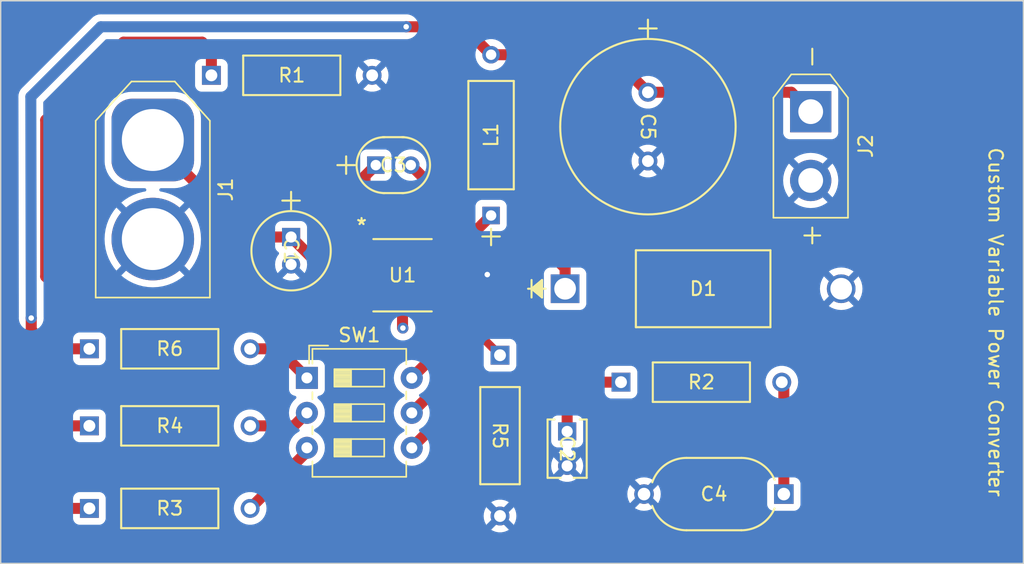
<source format=kicad_pcb>
(kicad_pcb (version 20221018) (generator pcbnew)
  (layers (0 "F.Cu" signal) (31 "B.Cu" signal) (34 "B.Paste" user) (35 "F.Paste" user) (36 "B.SilkS" user "B.Silkscreen") (37 "F.SilkS" user "F.Silkscreen") (38 "B.Mask" user) (39 "F.Mask" user) (44 "Edge.Cuts" user))
  (net 0 "")
  (net 1 "Net-(J1-Pin_1)")
  (net 2 "GND")
  (net 3 "Net-(U1-COMP)")
  (net 4 "Net-(U1-BOOT)")
  (net 5 "Net-(D1-K)")
  (net 6 "Net-(C4-Pad1)")
  (net 7 "/Vout")
  (net 8 "Net-(U1-RT{slash}CLK)")
  (net 9 "/Feedback")
  (net 11 "Net-(R3-Pad2)")
  (net 12 "Net-(R4-Pad2)")
  (net 13 "Net-(R6-Pad2)")
  (footprint "Yageo25:YAG_MF25_YAG" (layer "F.Cu") (at 69.671 125.755)
    (fp_text reference "R3" (at 5.842 0 unlocked) (layer "F.SilkS"))
    (fp_text value "32k")
    (fp_line (start 2.3114 -1.4351) (end 2.3114 1.4351) (stroke (width 0.1524)) (layer "F.SilkS"))
    (fp_line (start 2.3114 1.4351) (end 9.3726 1.4351) (stroke (width 0.1524)) (layer "F.SilkS"))
    (fp_line (start 9.3726 -1.4351) (end 2.3114 -1.4351) (stroke (width 0.1524)) (layer "F.SilkS"))
    (fp_line (start 9.3726 1.4351) (end 9.3726 -1.4351) (stroke (width 0.1524)) (layer "F.SilkS"))
    (pad "1" thru_hole rect (at 0 0) (size 1.3716 1.3716) (drill 0.8636) (layers "*.Cu" "*.Mask") (net 7 "/Vout"))
    (pad "2" thru_hole circle (at 11.684 0) (size 1.3716 1.3716) (drill 0.8636) (layers "*.Cu" "*.Mask") (net 11 "Net-(R3-Pad2)"))
  )
  (footprint "8230Inductor:IND_BOURNS_8230" (layer "F.Cu") (at 98.865 104.467 90)
    (fp_text reference "L1" (at 5.842 0 90 unlocked) (layer "F.SilkS"))
    (fp_text value "15uH")
    (fp_line (start -2.159 0) (end -0.96774 0) (stroke (width 0.1524)) (layer "F.SilkS"))
    (fp_line (start -1.524 -0.635) (end -1.524 0.635) (stroke (width 0.1524)) (layer "F.SilkS"))
    (fp_line (start 1.905 -1.651) (end 1.905 1.651) (stroke (width 0.1524)) (layer "F.SilkS"))
    (fp_line (start 1.905 1.651) (end 9.779 1.651) (stroke (width 0.1524)) (layer "F.SilkS"))
    (fp_line (start 9.779 -1.651) (end 1.905 -1.651) (stroke (width 0.1524)) (layer "F.SilkS"))
    (fp_line (start 9.779 1.651) (end 9.779 -1.651) (stroke (width 0.1524)) (layer "F.SilkS"))
    (pad "1" thru_hole rect (at 0 0 90) (size 1.27 1.27) (drill 0.762) (layers "*.Cu" "*.Mask") (net 5 "Net-(D1-K)"))
    (pad "2" thru_hole circle (at 11.684 0 90) (size 1.27 1.27) (drill 0.762) (layers "*.Cu" "*.Mask") (net 7 "/Vout"))
  )
  (footprint "Connector_AMASS:AMASS_XT60-F_1x02_P7.20mm_Vertical" (layer "F.Cu") (at 74.28 98.98 -90)
    (fp_text reference "J1" (at 3.6 -5.3 90) (layer "F.SilkS"))
    (fp_text value "XT_60_In")
    (fp_line (start -4.25 -1.6) (end -4.25 1.55) (stroke (width 0.12)) (layer "F.SilkS"))
    (fp_line (start -4.25 1.55) (end -1.4 4.15) (stroke (width 0.12)) (layer "F.SilkS"))
    (fp_line (start -1.4 -4.15) (end -4.25 -1.6) (stroke (width 0.12)) (layer "F.SilkS"))
    (fp_line (start -1.4 4.15) (end 11.45 4.15) (stroke (width 0.12)) (layer "F.SilkS"))
    (fp_line (start 11.45 -4.15) (end -1.4 -4.15) (stroke (width 0.12)) (layer "F.SilkS"))
    (fp_line (start 11.45 4.15) (end 11.45 -4.15) (stroke (width 0.12)) (layer "F.SilkS"))
    (pad "1" thru_hole roundrect (at 0 0 270) (size 6 6) (drill 4.5) (layers "*.Cu" "*.Mask") (net 1 "Net-(J1-Pin_1)"))
    (pad "2" thru_hole circle (at 7.2 0 270) (size 6 6) (drill 4.5) (layers "*.Cu" "*.Mask") (net 2 "GND"))
  )
  (footprint "47uFfootprints:CAP_UBX_12P5X20_NCH" (layer "F.Cu") (at 110.265 95.51 -90)
    (fp_text reference "C5" (at 2.5 0 -90 unlocked) (layer "F.SilkS"))
    (fp_text value "47uF")
    (fp_line (start -5.2724 0) (end -4.0024 0) (stroke (width 0.1524)) (layer "F.SilkS"))
    (fp_line (start -4.6374 -0.635) (end -4.6374 0.635) (stroke (width 0.1524)) (layer "F.SilkS"))
    (fp_circle (center 2.5 0) (end 8.8754 0) (stroke (width 0.1524)) (fill none) (layer "F.SilkS"))
    (pad "1" thru_hole circle (at 0 0 270) (size 1.3716 1.3716) (drill 0.8636) (layers "*.Cu" "*.Mask") (net 7 "/Vout"))
    (pad "2" thru_hole circle (at 5 0 270) (size 1.3716 1.3716) (drill 0.8636) (layers "*.Cu" "*.Mask") (net 2 "GND"))
  )
  (footprint "Button_Switch_THT:SW_DIP_SPSTx03_Slide_6.7x9.18mm_W7.62mm_P2.54mm_LowProfile" (layer "F.Cu") (at 85.48 116.27)
    (fp_text reference "SW1" (at 3.81 -3.11) (layer "F.SilkS"))
    (fp_text value "SW_DIP_x03")
    (fp_line (start 0.16 -2.35) (end 0.16 -1.04) (stroke (width 0.12)) (layer "F.SilkS"))
    (fp_line (start 0.16 -2.35) (end 1.543 -2.35) (stroke (width 0.12)) (layer "F.SilkS"))
    (fp_line (start 0.4 -2.11) (end 0.4 -1.04) (stroke (width 0.12)) (layer "F.SilkS"))
    (fp_line (start 0.4 -2.11) (end 7.221 -2.11) (stroke (width 0.12)) (layer "F.SilkS"))
    (fp_line (start 0.4 1.04) (end 0.4 1.551) (stroke (width 0.12)) (layer "F.SilkS"))
    (fp_line (start 0.4 3.53) (end 0.4 4.091) (stroke (width 0.12)) (layer "F.SilkS"))
    (fp_line (start 0.4 6.07) (end 0.4 7.19) (stroke (width 0.12)) (layer "F.SilkS"))
    (fp_line (start 0.4 7.19) (end 7.221 7.19) (stroke (width 0.12)) (layer "F.SilkS"))
    (fp_line (start 2 -0.635) (end 2 0.635) (stroke (width 0.12)) (layer "F.SilkS"))
    (fp_line (start 2 -0.515) (end 3.206667 -0.515) (stroke (width 0.12)) (layer "F.SilkS"))
    (fp_line (start 2 -0.395) (end 3.206667 -0.395) (stroke (width 0.12)) (layer "F.SilkS"))
    (fp_line (start 2 -0.275) (end 3.206667 -0.275) (stroke (width 0.12)) (layer "F.SilkS"))
    (fp_line (start 2 -0.155) (end 3.206667 -0.155) (stroke (width 0.12)) (layer "F.SilkS"))
    (fp_line (start 2 -0.035) (end 3.206667 -0.035) (stroke (width 0.12)) (layer "F.SilkS"))
    (fp_line (start 2 0.085) (end 3.206667 0.085) (stroke (width 0.12)) (layer "F.SilkS"))
    (fp_line (start 2 0.205) (end 3.206667 0.205) (stroke (width 0.12)) (layer "F.SilkS"))
    (fp_line (start 2 0.325) (end 3.206667 0.325) (stroke (width 0.12)) (layer "F.SilkS"))
    (fp_line (start 2 0.445) (end 3.206667 0.445) (stroke (width 0.12)) (layer "F.SilkS"))
    (fp_line (start 2 0.565) (end 3.206667 0.565) (stroke (width 0.12)) (layer "F.SilkS"))
    (fp_line (start 2 0.635) (end 5.62 0.635) (stroke (width 0.12)) (layer "F.SilkS"))
    (fp_line (start 2 1.905) (end 2 3.175) (stroke (width 0.12)) (layer "F.SilkS"))
    (fp_line (start 2 2.025) (end 3.206667 2.025) (stroke (width 0.12)) (layer "F.SilkS"))
    (fp_line (start 2 2.145) (end 3.206667 2.145) (stroke (width 0.12)) (layer "F.SilkS"))
    (fp_line (start 2 2.265) (end 3.206667 2.265) (stroke (width 0.12)) (layer "F.SilkS"))
    (fp_line (start 2 2.385) (end 3.206667 2.385) (stroke (width 0.12)) (layer "F.SilkS"))
    (fp_line (start 2 2.505) (end 3.206667 2.505) (stroke (width 0.12)) (layer "F.SilkS"))
    (fp_line (start 2 2.625) (end 3.206667 2.625) (stroke (width 0.12)) (layer "F.SilkS"))
    (fp_line (start 2 2.745) (end 3.206667 2.745) (stroke (width 0.12)) (layer "F.SilkS"))
    (fp_line (start 2 2.865) (end 3.206667 2.865) (stroke (width 0.12)) (layer "F.SilkS"))
    (fp_line (start 2 2.985) (end 3.206667 2.985) (stroke (width 0.12)) (layer "F.SilkS"))
    (fp_line (start 2 3.105) (end 3.206667 3.105) (stroke (width 0.12)) (layer "F.SilkS"))
    (fp_line (start 2 3.175) (end 5.62 3.175) (stroke (width 0.12)) (layer "F.SilkS"))
    (fp_line (start 2 4.445) (end 2 5.715) (stroke (width 0.12)) (layer "F.SilkS"))
    (fp_line (start 2 4.565) (end 3.206667 4.565) (stroke (width 0.12)) (layer "F.SilkS"))
    (fp_line (start 2 4.685) (end 3.206667 4.685) (stroke (width 0.12)) (layer "F.SilkS"))
    (fp_line (start 2 4.805) (end 3.206667 4.805) (stroke (width 0.12)) (layer "F.SilkS"))
    (fp_line (start 2 4.925) (end 3.206667 4.925) (stroke (width 0.12)) (layer "F.SilkS"))
    (fp_line (start 2 5.045) (end 3.206667 5.045) (stroke (width 0.12)) (layer "F.SilkS"))
    (fp_line (start 2 5.165) (end 3.206667 5.165) (stroke (width 0.12)) (layer "F.SilkS"))
    (fp_line (start 2 5.285) (end 3.206667 5.285) (stroke (width 0.12)) (layer "F.SilkS"))
    (fp_line (start 2 5.405) (end 3.206667 5.405) (stroke (width 0.12)) (layer "F.SilkS"))
    (fp_line (start 2 5.525) (end 3.206667 5.525) (stroke (width 0.12)) (layer "F.SilkS"))
    (fp_line (start 2 5.645) (end 3.206667 5.645) (stroke (width 0.12)) (layer "F.SilkS"))
    (fp_line (start 2 5.715) (end 5.62 5.715) (stroke (width 0.12)) (layer "F.SilkS"))
    (fp_line (start 3.206667 -0.635) (end 3.206667 0.635) (stroke (width 0.12)) (layer "F.SilkS"))
    (fp_line (start 3.206667 1.905) (end 3.206667 3.175) (stroke (width 0.12)) (layer "F.SilkS"))
    (fp_line (start 3.206667 4.445) (end 3.206667 5.715) (stroke (width 0.12)) (layer "F.SilkS"))
    (fp_line (start 5.62 -0.635) (end 2 -0.635) (stroke (width 0.12)) (layer "F.SilkS"))
    (fp_line (start 5.62 0.635) (end 5.62 -0.635) (stroke (width 0.12)) (layer "F.SilkS"))
    (fp_line (start 5.62 1.905) (end 2 1.905) (stroke (width 0.12)) (layer "F.SilkS"))
    (fp_line (start 5.62 3.175) (end 5.62 1.905) (stroke (width 0.12)) (layer "F.SilkS"))
    (fp_line (start 5.62 4.445) (end 2 4.445) (stroke (width 0.12)) (layer "F.SilkS"))
    (fp_line (start 5.62 5.715) (end 5.62 4.445) (stroke (width 0.12)) (layer "F.SilkS"))
    (fp_line (start 7.221 -2.11) (end 7.221 -0.99) (stroke (width 0.12)) (layer "F.SilkS"))
    (fp_line (start 7.221 0.99) (end 7.221 1.551) (stroke (width 0.12)) (layer "F.SilkS"))
    (fp_line (start 7.221 3.53) (end 7.221 4.091) (stroke (width 0.12)) (layer "F.SilkS"))
    (fp_line (start 7.221 6.07) (end 7.221 7.19) (stroke (width 0.12)) (layer "F.SilkS"))
    (pad "1" thru_hole rect (at 0 0) (size 1.6 1.6) (drill 0.8) (layers "*.Cu" "*.Mask") (net 13 "Net-(R6-Pad2)"))
    (pad "2" thru_hole oval (at 0 2.54) (size 1.6 1.6) (drill 0.8) (layers "*.Cu" "*.Mask") (net 12 "Net-(R4-Pad2)"))
    (pad "3" thru_hole oval (at 0 5.08) (size 1.6 1.6) (drill 0.8) (layers "*.Cu" "*.Mask") (net 11 "Net-(R3-Pad2)"))
    (pad "4" thru_hole oval (at 7.62 5.08) (size 1.6 1.6) (drill 0.8) (layers "*.Cu" "*.Mask") (net 9 "/Feedback"))
    (pad "5" thru_hole oval (at 7.62 2.54) (size 1.6 1.6) (drill 0.8) (layers "*.Cu" "*.Mask") (net 9 "/Feedback"))
    (pad "6" thru_hole oval (at 7.62 0) (size 1.6 1.6) (drill 0.8) (layers "*.Cu" "*.Mask") (net 9 "/Feedback"))
  )
  (footprint "Yageo25:YAG_MF25_YAG" (layer "F.Cu") (at 69.671 119.755)
    (fp_text reference "R4" (at 5.842 0 unlocked) (layer "F.SilkS"))
    (fp_text value "53k")
    (fp_line (start 2.3114 -1.4351) (end 2.3114 1.4351) (stroke (width 0.1524)) (layer "F.SilkS"))
    (fp_line (start 2.3114 1.4351) (end 9.3726 1.4351) (stroke (width 0.1524)) (layer "F.SilkS"))
    (fp_line (start 9.3726 -1.4351) (end 2.3114 -1.4351) (stroke (width 0.1524)) (layer "F.SilkS"))
    (fp_line (start 9.3726 1.4351) (end 9.3726 -1.4351) (stroke (width 0.1524)) (layer "F.SilkS"))
    (pad "1" thru_hole rect (at 0 0) (size 1.3716 1.3716) (drill 0.8636) (layers "*.Cu" "*.Mask") (net 7 "/Vout"))
    (pad "2" thru_hole circle (at 11.684 0) (size 1.3716 1.3716) (drill 0.8636) (layers "*.Cu" "*.Mask") (net 12 "Net-(R4-Pad2)"))
  )
  (footprint "Connector_AMASS:AMASS_XT30UPB-M_1x02_P5.0mm_Vertical" (layer "F.Cu") (at 122.095 96.92 -90)
    (fp_text reference "J2" (at 2.5 -4 90) (layer "F.SilkS"))
    (fp_text value "XT_30_out")
    (fp_text user "-" (at -4 0 90) (layer "F.SilkS") (effects (font (size 1.5 1.5))))
    (fp_text user "+" (at 9 0 90) (layer "F.SilkS") (effects (font (size 1.5 1.5))))
    (fp_line (start -2.71 -1.41) (end -2.71 1.41) (stroke (width 0.12)) (layer "F.SilkS"))
    (fp_line (start -2.71 -1.41) (end -1.01 -2.71) (stroke (width 0.12)) (layer "F.SilkS"))
    (fp_line (start -2.71 1.41) (end -1.01 2.71) (stroke (width 0.12)) (layer "F.SilkS"))
    (fp_line (start -1.01 -2.71) (end 7.71 -2.71) (stroke (width 0.12)) (layer "F.SilkS"))
    (fp_line (start -1.01 2.71) (end 7.71 2.71) (stroke (width 0.12)) (layer "F.SilkS"))
    (fp_line (start 7.71 -2.71) (end 7.71 2.71) (stroke (width 0.12)) (layer "F.SilkS"))
    (pad "1" thru_hole rect (at 0 0 270) (size 3 3) (drill 1.8) (layers "*.Cu" "*.Mask") (net 7 "/Vout"))
    (pad "2" thru_hole circle (at 5 0 270) (size 3 3) (drill 1.8) (layers "*.Cu" "*.Mask") (net 2 "GND"))
  )
  (footprint "Yageo25:YAG_MF25_YAG" (layer "F.Cu") (at 108.308 116.58)
    (fp_text reference "R2" (at 5.842 0 unlocked) (layer "F.SilkS"))
    (fp_text value "28.7k")
    (fp_line (start 2.3114 -1.4351) (end 2.3114 1.4351) (stroke (width 0.1524)) (layer "F.SilkS"))
    (fp_line (start 2.3114 1.4351) (end 9.3726 1.4351) (stroke (width 0.1524)) (layer "F.SilkS"))
    (fp_line (start 9.3726 -1.4351) (end 2.3114 -1.4351) (stroke (width 0.1524)) (layer "F.SilkS"))
    (fp_line (start 9.3726 1.4351) (end 9.3726 -1.4351) (stroke (width 0.1524)) (layer "F.SilkS"))
    (pad "1" thru_hole rect (at 0 0) (size 1.3716 1.3716) (drill 0.8636) (layers "*.Cu" "*.Mask") (net 3 "Net-(U1-COMP)"))
    (pad "2" thru_hole circle (at 11.684 0) (size 1.3716 1.3716) (drill 0.8636) (layers "*.Cu" "*.Mask") (net 6 "Net-(C4-Pad1)"))
  )
  (footprint "Schottky(50V,5A):DIODE_DO-201AD" (layer "F.Cu") (at 124.3115 109.79)
    (fp_text reference "D1" (at -10.033 0 unlocked) (layer "F.SilkS"))
    (fp_text value "D_Schottky")
    (fp_line (start -22.5044 -0.635) (end -22.5044 0.635) (stroke (width 0.1524)) (layer "F.SilkS"))
    (fp_line (start -22.5044 0) (end -21.7424 -0.635) (stroke (width 0.1524)) (layer "F.SilkS"))
    (fp_line (start -22.5044 0) (end -21.7424 -0.508) (stroke (width 0.1524)) (layer "F.SilkS"))
    (fp_line (start -22.5044 0) (end -21.7424 -0.381) (stroke (width 0.1524)) (layer "F.SilkS"))
    (fp_line (start -22.5044 0) (end -21.7424 -0.254) (stroke (width 0.1524)) (layer "F.SilkS"))
    (fp_line (start -22.5044 0) (end -21.7424 -0.127) (stroke (width 0.1524)) (layer "F.SilkS"))
    (fp_line (start -22.5044 0) (end -21.7424 0.127) (stroke (width 0.1524)) (layer "F.SilkS"))
    (fp_line (start -22.5044 0) (end -21.7424 0.254) (stroke (width 0.1524)) (layer "F.SilkS"))
    (fp_line (start -22.5044 0) (end -21.7424 0.381) (stroke (width 0.1524)) (layer "F.SilkS"))
    (fp_line (start -22.5044 0) (end -21.7424 0.508) (stroke (width 0.1524)) (layer "F.SilkS"))
    (fp_line (start -22.5044 0) (end -21.7424 0.635) (stroke (width 0.1524)) (layer "F.SilkS"))
    (fp_line (start -21.7424 -0.635) (end -21.7424 0.635) (stroke (width 0.1524)) (layer "F.SilkS"))
    (fp_line (start -21.4884 0) (end -22.7584 0) (stroke (width 0.1524)) (layer "F.SilkS"))
    (fp_line (start -14.9225 -2.794) (end -14.9225 2.794) (stroke (width 0.1524)) (layer "F.SilkS"))
    (fp_line (start -14.9225 2.794) (end -5.1435 2.794) (stroke (width 0.1524)) (layer "F.SilkS"))
    (fp_line (start -5.1435 -2.794) (end -14.9225 -2.794) (stroke (width 0.1524)) (layer "F.SilkS"))
    (fp_line (start -5.1435 2.794) (end -5.1435 -2.794) (stroke (width 0.1524)) (layer "F.SilkS"))
    (pad "1" thru_hole rect (at -20.066 0) (size 2.0828 2.0828) (drill 1.5748) (layers "*.Cu" "*.Mask") (net 5 "Net-(D1-K)"))
    (pad "2" thru_hole circle (at 0 0) (size 2.0828 2.0828) (drill 1.5748) (layers "*.Cu" "*.Mask") (net 2 "GND"))
  )
  (footprint "MP24943DN-LF-Z_DCDCregulator:U_DDA_TEX" (layer "F.Cu") (at 92.429752 108.81)
    (fp_text reference "U1" (at 0 0 unlocked) (layer "F.SilkS"))
    (fp_text value "TPS54360BDDAR")
    (fp_text user "*" (at -2.978751 -3.6068) (layer "F.SilkS"))
    (fp_text user "*" (at -2.978751 -3.6068 unlocked) (layer "F.SilkS"))
    (fp_line (start -2.1209 2.6289) (end 2.1209 2.6289) (stroke (width 0.1524)) (layer "F.SilkS"))
    (fp_line (start 2.1209 -2.6289) (end -2.1209 -2.6289) (stroke (width 0.1524)) (layer "F.SilkS"))
    (pad "1" smd rect (at -2.724752 -1.905) (size 1.4617 0.5588) (layers "F.Cu" "F.Paste" "F.Mask") (net 4 "Net-(U1-BOOT)"))
    (pad "2" smd rect (at -2.724752 -0.635) (size 1.4617 0.5588) (layers "F.Cu" "F.Paste" "F.Mask") (net 1 "Net-(J1-Pin_1)"))
    (pad "3" smd rect (at -2.724752 0.635) (size 1.4617 0.5588) (layers "F.Cu" "F.Paste" "F.Mask"))
    (pad "4" smd rect (at -2.724752 1.905) (size 1.4617 0.5588) (layers "F.Cu" "F.Paste" "F.Mask") (net 8 "Net-(U1-RT{slash}CLK)"))
    (pad "5" smd rect (at 2.724752 1.905) (size 1.4617 0.5588) (layers "F.Cu" "F.Paste" "F.Mask") (net 9 "/Feedback"))
    (pad "6" smd rect (at 2.724752 0.635) (size 1.4617 0.5588) (layers "F.Cu" "F.Paste" "F.Mask") (net 3 "Net-(U1-COMP)"))
    (pad "7" smd rect (at 2.724752 -0.635) (size 1.4617 0.5588) (layers "F.Cu" "F.Paste" "F.Mask") (net 2 "GND"))
    (pad "8" smd rect (at 2.724752 -1.905) (size 1.4617 0.5588) (layers "F.Cu" "F.Paste" "F.Mask") (net 5 "Net-(D1-K)"))
    (pad "EPAD" smd rect (at 0 0) (size 2.3876 3.0988) (layers "F.Cu" "F.Mask"))
  )
  (footprint "100nFfootprints:CAP_C320_KEM" (layer "F.Cu") (at 90.49 100.805)
    (fp_text reference "C3" (at 1.27 0 unlocked) (layer "F.SilkS"))
    (fp_text value "100nF")
    (fp_line (start -2.794 0) (end -1.524 0) (stroke (width 0.1524)) (layer "F.SilkS"))
    (fp_line (start -2.159 -0.635) (end -2.159 0.635) (stroke (width 0.1524)) (layer "F.SilkS"))
    (fp_line (start 0.508 -2.032) (end 2.032 -2.032) (stroke (width 0.1524)) (layer "F.SilkS"))
    (fp_line (start 0.508 2.032) (end 2.032 2.032) (stroke (width 0.1524)) (layer "F.SilkS"))
    (fp_arc (start 0.635 2.032) (mid -1.397 0) (end 0.635 -2.032) (stroke (width 0.1524)) (layer "F.SilkS"))
    (fp_arc (start 1.905 -2.032) (mid 3.341841 -1.436841) (end 3.937 0) (stroke (width 0.1524)) (layer "F.SilkS"))
    (fp_arc (start 3.937 0) (mid 3.341841 1.436841) (end 1.905 2.032) (stroke (width 0.1524)) (layer "F.SilkS"))
    (pad "1" thru_hole rect (at 0 0) (size 1.27 1.27) (drill 0.762) (layers "*.Cu" "*.Mask") (net 4 "Net-(U1-BOOT)"))
    (pad "2" thru_hole circle (at 2.54 0) (size 1.27 1.27) (drill 0.762) (layers "*.Cu" "*.Mask") (net 5 "Net-(D1-K)"))
  )
  (footprint "18pFfootprints:K180J15C0GF5TL2_VIS" (layer "F.Cu") (at 104.394 120.162002 -90)
    (fp_text reference "C2" (at 1.249998 0 -90 unlocked) (layer "F.SilkS"))
    (fp_text value "18pF")
    (fp_line (start -0.870902 -1.4224) (end -0.870902 -0.918091) (stroke (width 0.1524)) (layer "F.SilkS"))
    (fp_line (start -0.870902 0.918091) (end -0.870902 1.4224) (stroke (width 0.1524)) (layer "F.SilkS"))
    (fp_line (start 3.370898 -1.4224) (end -0.870902 -1.4224) (stroke (width 0.1524)) (layer "F.SilkS"))
    (fp_line (start 3.370898 -1.4224) (end 3.370898 -0.477343) (stroke (width 0.1524)) (layer "F.SilkS"))
    (fp_line (start 3.370898 0.477343) (end 3.370898 1.4224) (stroke (width 0.1524)) (layer "F.SilkS"))
    (fp_line (start 3.370898 1.4224) (end -0.870902 1.4224) (stroke (width 0.1524)) (layer "F.SilkS"))
    (pad "1" thru_hole rect (at 0 0 270) (size 1.3208 1.3208) (drill 0.8128) (layers "*.Cu" "*.Mask") (net 3 "Net-(U1-COMP)"))
    (pad "2" thru_hole circle (at 2.499995 0 270) (size 1.3208 1.3208) (drill 0.8128) (layers "*.Cu" "*.Mask") (net 2 "GND"))
  )
  (footprint "1nFfootprints:CAP_VY1_Y5U_9X5X13-10_VIS" (layer "F.Cu") (at 115.062 124.714 180)
    (fp_text reference "C4" (at 0 0 unlocked) (layer "F.SilkS"))
    (fp_text value "1nF")
    (fp_line (start -1.9939 -2.6289) (end 1.9939 -2.6289) (stroke (width 0.1524)) (layer "F.SilkS"))
    (fp_line (start -1.9939 2.6289) (end 1.9939 2.6289) (stroke (width 0.1524)) (layer "F.SilkS"))
    (fp_arc (start -4.406638 -1.04394) (mid -3.437282 -2.197217) (end -1.9939 -2.6289) (stroke (width 0.1524)) (layer "F.SilkS"))
    (fp_arc (start -1.993898 2.6289) (mid -3.437281 2.197218) (end -4.406638 1.04394) (stroke (width 0.1524)) (layer "F.SilkS"))
    (fp_arc (start 1.9939 -2.6289) (mid 3.521167 -2.139759) (end 4.480099 -0.854359) (stroke (width 0.1524)) (layer "F.SilkS"))
    (fp_arc (start 4.480099 0.854359) (mid 3.521167 2.139759) (end 1.9939 2.6289) (stroke (width 0.1524)) (layer "F.SilkS"))
    (pad "1" thru_hole rect (at -5.08 0 180) (size 1.4224 1.4224) (drill 0.9144) (layers "*.Cu" "*.Mask") (net 6 "Net-(C4-Pad1)"))
    (pad "2" thru_hole circle (at 5.08 0 180) (size 1.4224 1.4224) (drill 0.9144) (layers "*.Cu" "*.Mask") (net 2 "GND"))
  )
  (footprint "2.2uFcapfootprint:CAP_WCAP-ATG8_5x11_WRE" (layer "F.Cu") (at 84.33 106.03 -90)
    (fp_text reference "C1" (at 1 0 -90 unlocked) (layer "F.SilkS"))
    (fp_text value "2.2uF")
    (fp_line (start -3.2799 0) (end -2.0099 0) (stroke (width 0.1524)) (layer "F.SilkS"))
    (fp_line (start -2.6449 -0.635) (end -2.6449 0.635) (stroke (width 0.1524)) (layer "F.SilkS"))
    (fp_circle (center 1 0) (end 3.8829 0) (stroke (width 0.1524)) (fill none) (layer "F.SilkS"))
    (pad "1" thru_hole rect (at 0 0 270) (size 1.3208 1.3208) (drill 0.8128) (layers "*.Cu" "*.Mask") (net 1 "Net-(J1-Pin_1)"))
    (pad "2" thru_hole circle (at 2 0 270) (size 1.3208 1.3208) (drill 0.8128) (layers "*.Cu" "*.Mask") (net 2 "GND"))
  )
  (footprint "Yageo25:YAG_MF25_YAG" (layer "F.Cu") (at 78.538 94.28)
    (fp_text reference "R1" (at 5.842 0 unlocked) (layer "F.SilkS"))
    (fp_text value "205k")
    (fp_line (start 2.3114 -1.4351) (end 2.3114 1.4351) (stroke (width 0.1524)) (layer "F.SilkS"))
    (fp_line (start 2.3114 1.4351) (end 9.3726 1.4351) (stroke (width 0.1524)) (layer "F.SilkS"))
    (fp_line (start 9.3726 -1.4351) (end 2.3114 -1.4351) (stroke (width 0.1524)) (layer "F.SilkS"))
    (fp_line (start 9.3726 1.4351) (end 9.3726 -1.4351) (stroke (width 0.1524)) (layer "F.SilkS"))
    (pad "1" thru_hole rect (at 0 0) (size 1.3716 1.3716) (drill 0.8636) (layers "*.Cu" "*.Mask") (net 8 "Net-(U1-RT{slash}CLK)"))
    (pad "2" thru_hole circle (at 11.684 0) (size 1.3716 1.3716) (drill 0.8636) (layers "*.Cu" "*.Mask") (net 2 "GND"))
  )
  (footprint "Yageo25:YAG_MF25_YAG" (layer "F.Cu") (at 99.515 114.623 -90)
    (fp_text reference "R5" (at 5.842 0 -90 unlocked) (layer "F.SilkS"))
    (fp_text value "10k")
    (fp_line (start 2.3114 -1.4351) (end 2.3114 1.4351) (stroke (width 0.1524)) (layer "F.SilkS"))
    (fp_line (start 2.3114 1.4351) (end 9.3726 1.4351) (stroke (width 0.1524)) (layer "F.SilkS"))
    (fp_line (start 9.3726 -1.4351) (end 2.3114 -1.4351) (stroke (width 0.1524)) (layer "F.SilkS"))
    (fp_line (start 9.3726 1.4351) (end 9.3726 -1.4351) (stroke (width 0.1524)) (layer "F.SilkS"))
    (pad "1" thru_hole rect (at 0 0 270) (size 1.3716 1.3716) (drill 0.8636) (layers "*.Cu" "*.Mask") (net 9 "/Feedback"))
    (pad "2" thru_hole circle (at 11.684 0 270) (size 1.3716 1.3716) (drill 0.8636) (layers "*.Cu" "*.Mask") (net 2 "GND"))
  )
  (footprint "Yageo25:YAG_MF25_YAG" (layer "F.Cu") (at 69.671 114.155)
    (fp_text reference "R6" (at 5.842 0 unlocked) (layer "F.SilkS"))
    (fp_text value "80.6k")
    (fp_line (start 2.3114 -1.4351) (end 2.3114 1.4351) (stroke (width 0.1524)) (layer "F.SilkS"))
    (fp_line (start 2.3114 1.4351) (end 9.3726 1.4351) (stroke (width 0.1524)) (layer "F.SilkS"))
    (fp_line (start 9.3726 -1.4351) (end 2.3114 -1.4351) (stroke (width 0.1524)) (layer "F.SilkS"))
    (fp_line (start 9.3726 1.4351) (end 9.3726 -1.4351) (stroke (width 0.1524)) (layer "F.SilkS"))
    (pad "1" thru_hole rect (at 0 0) (size 1.3716 1.3716) (drill 0.8636) (layers "*.Cu" "*.Mask") (net 7 "/Vout"))
    (pad "2" thru_hole circle (at 11.684 0) (size 1.3716 1.3716) (drill 0.8636) (layers "*.Cu" "*.Mask") (net 13 "Net-(R6-Pad2)"))
  )
  (gr_rect (start 63.225 88.855) (end 137.555 129.755) (stroke (width 0.1)) (fill none) (layer "Edge.Cuts"))
  (gr_text "Custom Variable Power Converter\n" (at 134.945 99.43 -90) (layer "F.SilkS") (effects (font (size 1 1)) (justify left bottom)))
  (segment (start 92.429752 112.622752) (end 92.456 112.649) (width 0.8) (layer "F.Cu") (net 0))
  (segment (start 92.429752 108.81) (end 92.429752 112.622752) (width 0.8) (layer "F.Cu") (net 0))
  (via (at 92.456 112.649) (size 0.8) (drill 0.4) (layers "F.Cu" "B.Cu") (net 0))
  (segment (start 86.475 108.175) (end 89.705 108.175) (width 0.8) (layer "F.Cu") (net 1))
  (segment (start 84.33 106.03) (end 86.475 108.175) (width 0.8) (layer "F.Cu") (net 1))
  (segment (start 74.28 98.98) (end 81.33 106.03) (width 0.8) (layer "F.Cu") (net 1))
  (segment (start 81.33 106.03) (end 84.33 106.03) (width 0.8) (layer "F.Cu") (net 1))
  (segment (start 98.59 108.75) (end 98.59 108.76) (width 0.6) (layer "F.Cu") (net 2))
  (segment (start 98.6 108.76) (end 98.58 108.74) (width 0.6) (layer "F.Cu") (net 2))
  (segment (start 98.015 108.175) (end 98.59 108.75) (width 0.8) (layer "F.Cu") (net 2))
  (segment (start 98.59 108.76) (end 98.6 108.76) (width 0.6) (layer "F.Cu") (net 2))
  (segment (start 95.154504 108.175) (end 98.015 108.175) (width 0.8) (layer "F.Cu") (net 2))
  (via (at 98.59 108.76) (size 0.8) (drill 0.4) (layers "F.Cu" "B.Cu") (net 2))
  (segment (start 95.469504 109.76) (end 97.68 109.76) (width 0.8) (layer "F.Cu") (net 3))
  (segment (start 95.154504 109.445) (end 95.469504 109.76) (width 0.8) (layer "F.Cu") (net 3))
  (segment (start 104.5 116.58) (end 104.394 116.686) (width 0.8) (layer "F.Cu") (net 3))
  (segment (start 104.394 116.686) (end 104.394 120.162002) (width 0.8) (layer "F.Cu") (net 3))
  (segment (start 97.68 109.76) (end 104.5 116.58) (width 0.8) (layer "F.Cu") (net 3))
  (segment (start 104.5 116.58) (end 108.308 116.58) (width 0.8) (layer "F.Cu") (net 3))
  (segment (start 89.705 101.59) (end 90.49 100.805) (width 0.8) (layer "F.Cu") (net 4))
  (segment (start 89.705 106.905) (end 89.705 101.59) (width 0.8) (layer "F.Cu") (net 4))
  (segment (start 96.427 106.905) (end 102.855 106.905) (width 0.8) (layer "F.Cu") (net 5))
  (segment (start 96.427 106.905) (end 98.865 104.467) (width 0.8) (layer "F.Cu") (net 5))
  (segment (start 102.855 106.905) (end 104.2455 108.2955) (width 0.8) (layer "F.Cu") (net 5))
  (segment (start 95.154504 102.929504) (end 95.154504 106.905) (width 0.8) (layer "F.Cu") (net 5))
  (segment (start 93.03 100.805) (end 95.154504 102.929504) (width 0.8) (layer "F.Cu") (net 5))
  (segment (start 95.154504 106.905) (end 96.427 106.905) (width 0.6) (layer "F.Cu") (net 5))
  (segment (start 104.2455 108.2955) (end 104.2455 109.79) (width 0.8) (layer "F.Cu") (net 5))
  (segment (start 120.142 116.73) (end 119.992 116.58) (width 0.8) (layer "F.Cu") (net 6))
  (segment (start 120.142 124.714) (end 120.142 116.73) (width 0.8) (layer "F.Cu") (net 6))
  (segment (start 98.865 92.783) (end 96.842 90.76) (width 0.8) (layer "F.Cu") (net 7))
  (segment (start 65.445 123.01) (end 68.19 125.755) (width 0.8) (layer "F.Cu") (net 7))
  (segment (start 68.19 125.755) (end 69.671 125.755) (width 0.8) (layer "F.Cu") (net 7))
  (segment (start 65.445 111.92) (end 65.445 112.8) (width 0.8) (layer "F.Cu") (net 7))
  (segment (start 96.842 90.76) (end 96.695 90.76) (width 0.8) (layer "F.Cu") (net 7))
  (segment (start 65.445 118.71) (end 66.49 119.755) (width 0.8) (layer "F.Cu") (net 7))
  (segment (start 110.265 95.51) (end 120.685 95.51) (width 0.8) (layer "F.Cu") (net 7))
  (segment (start 65.445 112.8) (end 65.445 118.71) (width 0.8) (layer "F.Cu") (net 7))
  (segment (start 66.49 119.755) (end 69.671 119.755) (width 0.8) (layer "F.Cu") (net 7))
  (segment (start 96.695 90.76) (end 92.695 90.75) (width 0.8) (layer "F.Cu") (net 7))
  (segment (start 65.445 112.8) (end 66.8 114.155) (width 0.8) (layer "F.Cu") (net 7))
  (segment (start 107.538 92.783) (end 110.265 95.51) (width 0.8) (layer "F.Cu") (net 7))
  (segment (start 66.8 114.155) (end 69.671 114.155) (width 0.8) (layer "F.Cu") (net 7))
  (segment (start 120.685 95.51) (end 122.095 96.92) (width 0.8) (layer "F.Cu") (net 7))
  (segment (start 98.865 92.783) (end 107.538 92.783) (width 0.8) (layer "F.Cu") (net 7))
  (segment (start 65.445 118.71) (end 65.445 123.01) (width 0.8) (layer "F.Cu") (net 7))
  (via (at 92.695 90.75) (size 0.8) (drill 0.4) (layers "F.Cu" "B.Cu") (net 7))
  (via (at 65.445 111.92) (size 0.8) (drill 0.4) (layers "F.Cu" "B.Cu") (net 7))
  (segment (start 65.415 95.84) (end 70.505 90.75) (width 0.8) (layer "B.Cu") (net 7))
  (segment (start 65.415 95.84) (end 65.445 111.92) (width 0.8) (layer "B.Cu") (net 7))
  (segment (start 92.695 90.75) (end 70.505 90.75) (width 0.8) (layer "B.Cu") (net 7))
  (segment (start 86.46 110.715) (end 89.705 110.715) (width 0.8) (layer "F.Cu") (net 8))
  (segment (start 85.785 111.39) (end 86.46 110.715) (width 0.8) (layer "F.Cu") (net 8))
  (segment (start 66.495 108.9) (end 68.985 111.39) (width 0.8) (layer "F.Cu") (net 8))
  (segment (start 72.155 91.87) (end 66.495 97.53) (width 0.8) (layer "F.Cu") (net 8))
  (segment (start 68.985 111.39) (end 85.785 111.39) (width 0.8) (layer "F.Cu") (net 8))
  (segment (start 78.538 94.28) (end 78.538 92.543) (width 0.8) (layer "F.Cu") (net 8))
  (segment (start 77.865 91.87) (end 72.155 91.87) (width 0.8) (layer "F.Cu") (net 8))
  (segment (start 78.538 92.543) (end 77.865 91.87) (width 0.8) (layer "F.Cu") (net 8))
  (segment (start 66.495 97.53) (end 66.495 108.9) (width 0.8) (layer "F.Cu") (net 8))
  (segment (start 95.154504 110.715) (end 95.154504 114.215496) (width 0.8) (layer "F.Cu") (net 9))
  (segment (start 95.154504 114.215496) (end 93.1 116.27) (width 0.8) (layer "F.Cu") (net 9))
  (segment (start 95.15 116.76) (end 93.1 118.81) (width 0.8) (layer "F.Cu") (net 9))
  (segment (start 95.607 110.715) (end 99.515 114.623) (width 0.6) (layer "F.Cu") (net 9))
  (segment (start 95.154504 115.885496) (end 95.15 115.89) (width 0.6) (layer "F.Cu") (net 9))
  (segment (start 95.154504 114.215496) (end 95.154504 115.885496) (width 0.8) (layer "F.Cu") (net 9))
  (segment (start 95.15 115.89) (end 95.15 116.76) (width 0.8) (layer "F.Cu") (net 9))
  (segment (start 95.15 119.3) (end 93.1 121.35) (width 0.8) (layer "F.Cu") (net 9))
  (segment (start 95.15 116.76) (end 95.15 119.3) (width 0.8) (layer "F.Cu") (net 9))
  (segment (start 95.154504 110.715) (end 95.607 110.715) (width 0.6) (layer "F.Cu") (net 9))
  (segment (start 85.48 121.63) (end 85.48 121.35) (width 0.6) (layer "F.Cu") (net 11))
  (segment (start 81.355 125.755) (end 85.48 121.63) (width 0.8) (layer "F.Cu") (net 11))
  (segment (start 84.535 119.755) (end 85.48 118.81) (width 0.8) (layer "F.Cu") (net 12))
  (segment (start 81.355 119.755) (end 84.535 119.755) (width 0.8) (layer "F.Cu") (net 12))
  (segment (start 83.365 114.155) (end 85.48 116.27) (width 0.8) (layer "F.Cu") (net 13))
  (segment (start 81.355 114.155) (end 83.365 114.155) (width 0.8) (layer "F.Cu") (net 13))
  (zone (net 2) (net_name "GND") (layer "B.Cu") (priority 1) (connect_pads (clearance 0.5)) (min_thickness 0.25) (fill yes (thermal_gap 0.5) (thermal_bridge_width 0.5))
    (polygon (pts (xy 63.246 88.9) (xy 137.541 88.9) (xy 137.541 129.794) (xy 63.246 129.794)))
  )
)
</source>
